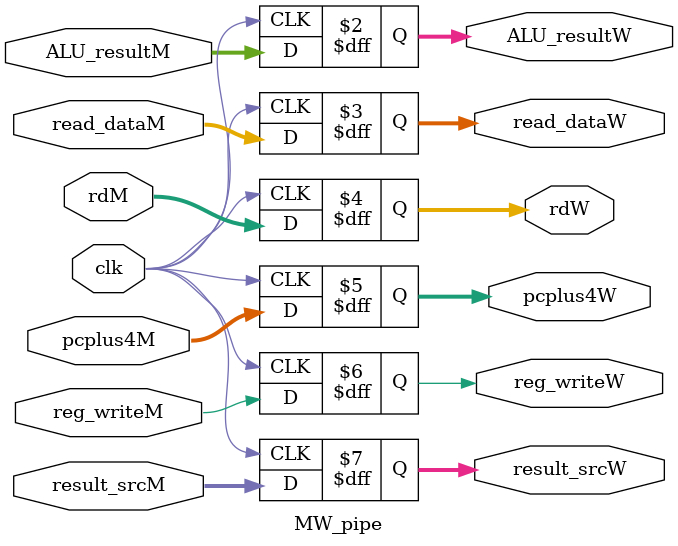
<source format=v>
module MW_pipe(
    input clk,
    input [31:0]ALU_resultM,
    input [31:0]read_dataM,
    input [4:0]rdM,
    input [31:0]pcplus4M,
    output reg [31:0]ALU_resultW,
    output reg [31:0]read_dataW,
    output reg [4:0]rdW,
    output reg [31:0]pcplus4W,

    input reg_writeM,
    input [1:0]result_srcM,
    output reg reg_writeW,
    output reg [1:0]result_srcW
);

always @(posedge clk)
begin
    ALU_resultW <= ALU_resultM;
    read_dataW <= read_dataM;
    rdW <= rdM;
    pcplus4W <= pcplus4M;

    reg_writeW <= reg_writeM;
    result_srcW <= result_srcM;
end

endmodule
</source>
